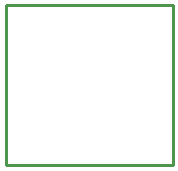
<source format=gbr>
G04 EAGLE Gerber RS-274X export*
G75*
%MOMM*%
%FSLAX34Y34*%
%LPD*%
%IN*%
%IPPOS*%
%AMOC8*
5,1,8,0,0,1.08239X$1,22.5*%
G01*
%ADD10C,0.254000*%


D10*
X0Y0D02*
X141480Y0D01*
X141480Y135790D01*
X0Y135790D01*
X0Y0D01*
M02*

</source>
